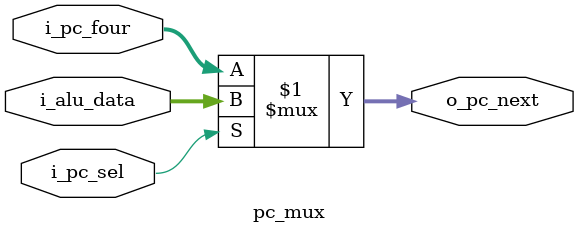
<source format=sv>
module pc_mux (
	input logic        i_pc_sel,    // Tin hieu chon PC
	input logic [31:0] i_alu_data,  // Du lieu dau ra tu ALU
	input logic [31:0] i_pc_four,   // Gia tri PC + 4
	output logic [31:0] o_pc_next   // Gia tri PC tiep theo
);

	// Lua chon gia tri PC tiep theo dua vao i_pc_sel:
	// Neu i_pc_sel = 1, chon gia tri tu ALU (i_alu_data)
	// Neu i_pc_sel = 0, chon gia tri PC + 4 (i_pc_four)
	assign o_pc_next = (i_pc_sel) ? i_alu_data : i_pc_four;
	
endmodule : pc_mux

</source>
